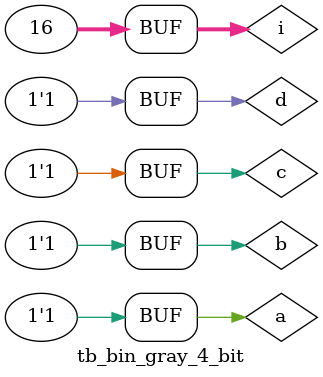
<source format=v>
`timescale 1ns / 1ps


module tb_bin_gray_4_bit;
 reg a,b,c,d;
 wire w,x,y,z;
 integer i;   //integer is the correct fomrat - 'int' doesnt work and will pop an error
 
 bin_gray_4_bit uut(.a(a),.b(b),.c(c),.d(d),.w(w),.x(x),.y(y),.z(z));
 initial begin
    for (i=0;i<16;i=i+1) // looping to generate 4bit numbers which is easier for larger bits
     begin
        {a,b,c,d} = i;   
        #10;
    end
   end
endmodule

</source>
